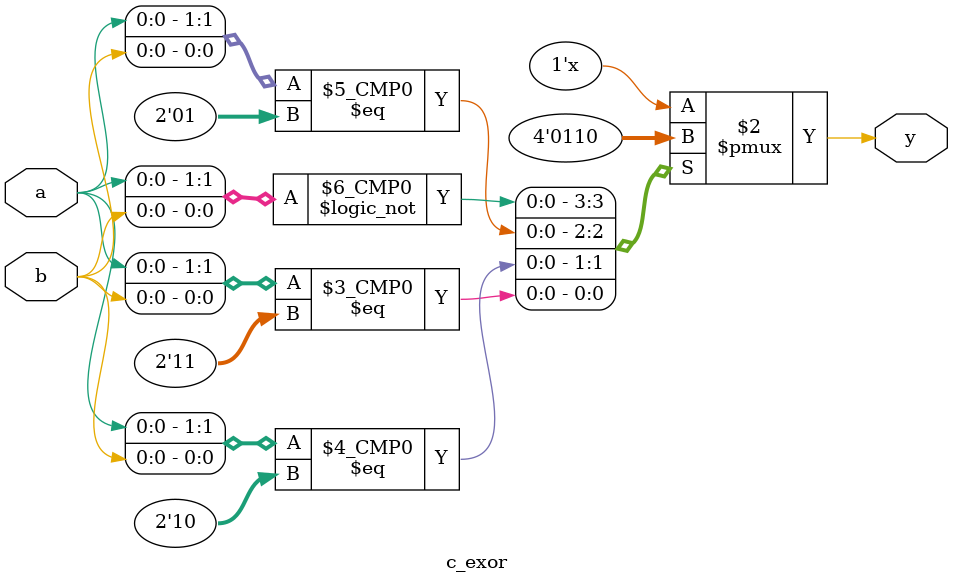
<source format=v>
module c_exor(input a, b, output reg y);

/*2'b11 => 2: num. de bits; ': separar; b: binário; "11": num. em binário
 *if, case, for } always (funciona de forma sequencial)
 */
 
always @(a or b)
    begin
	 
	 case ( { a, b } ) //Concatenação => reg output
	     2'b00: y = 0;
		  2'b01: y = 1;
		  2'b10: y = 1;
		  2'b11: y = 0;
    endcase;
end

endmodule
</source>
